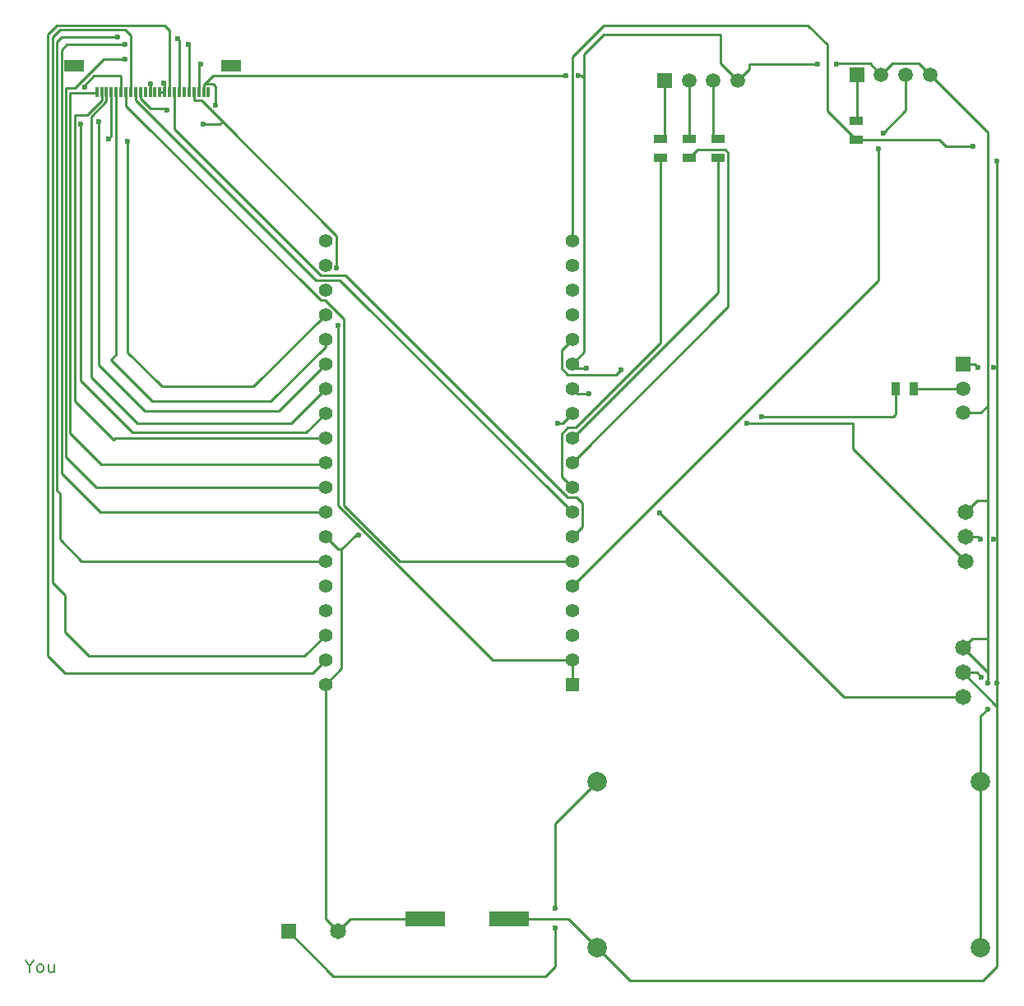
<source format=gbr>
%TF.GenerationSoftware,KiCad,Pcbnew,9.0.2*%
%TF.CreationDate,2025-07-26T16:17:08-04:00*%
%TF.ProjectId,Automated Coin Machine,4175746f-6d61-4746-9564-20436f696e20,rev?*%
%TF.SameCoordinates,Original*%
%TF.FileFunction,Copper,L1,Top*%
%TF.FilePolarity,Positive*%
%FSLAX46Y46*%
G04 Gerber Fmt 4.6, Leading zero omitted, Abs format (unit mm)*
G04 Created by KiCad (PCBNEW 9.0.2) date 2025-07-26 16:17:08*
%MOMM*%
%LPD*%
G01*
G04 APERTURE LIST*
G04 Aperture macros list*
%AMRoundRect*
0 Rectangle with rounded corners*
0 $1 Rounding radius*
0 $2 $3 $4 $5 $6 $7 $8 $9 X,Y pos of 4 corners*
0 Add a 4 corners polygon primitive as box body*
4,1,4,$2,$3,$4,$5,$6,$7,$8,$9,$2,$3,0*
0 Add four circle primitives for the rounded corners*
1,1,$1+$1,$2,$3*
1,1,$1+$1,$4,$5*
1,1,$1+$1,$6,$7*
1,1,$1+$1,$8,$9*
0 Add four rect primitives between the rounded corners*
20,1,$1+$1,$2,$3,$4,$5,0*
20,1,$1+$1,$4,$5,$6,$7,0*
20,1,$1+$1,$6,$7,$8,$9,0*
20,1,$1+$1,$8,$9,$2,$3,0*%
G04 Aperture macros list end*
%ADD10C,0.158750*%
%TA.AperFunction,NonConductor*%
%ADD11C,0.158750*%
%TD*%
%TA.AperFunction,SMDPad,CuDef*%
%ADD12RoundRect,0.115000X-0.345000X-0.575000X0.345000X-0.575000X0.345000X0.575000X-0.345000X0.575000X0*%
%TD*%
%TA.AperFunction,SMDPad,CuDef*%
%ADD13RoundRect,0.115000X0.575000X-0.345000X0.575000X0.345000X-0.575000X0.345000X-0.575000X-0.345000X0*%
%TD*%
%TA.AperFunction,ComponentPad*%
%ADD14C,1.650000*%
%TD*%
%TA.AperFunction,SMDPad,CuDef*%
%ADD15R,0.300000X1.000000*%
%TD*%
%TA.AperFunction,SMDPad,CuDef*%
%ADD16R,2.000000X1.300000*%
%TD*%
%TA.AperFunction,SMDPad,CuDef*%
%ADD17R,4.114800X1.600200*%
%TD*%
%TA.AperFunction,ComponentPad*%
%ADD18R,1.408000X1.408000*%
%TD*%
%TA.AperFunction,ComponentPad*%
%ADD19C,1.408000*%
%TD*%
%TA.AperFunction,ComponentPad*%
%ADD20R,1.508000X1.508000*%
%TD*%
%TA.AperFunction,ComponentPad*%
%ADD21C,1.508000*%
%TD*%
%TA.AperFunction,ComponentPad*%
%ADD22R,1.650000X1.650000*%
%TD*%
%TA.AperFunction,ComponentPad*%
%ADD23C,2.000000*%
%TD*%
%TA.AperFunction,ViaPad*%
%ADD24C,0.600000*%
%TD*%
%TA.AperFunction,Conductor*%
%ADD25C,0.250000*%
%TD*%
G04 APERTURE END LIST*
D10*
D11*
X22867142Y-122974509D02*
X22867142Y-123579271D01*
X22443809Y-122309271D02*
X22867142Y-122974509D01*
X22867142Y-122974509D02*
X23290476Y-122309271D01*
X23895237Y-123579271D02*
X23774285Y-123518795D01*
X23774285Y-123518795D02*
X23713808Y-123458318D01*
X23713808Y-123458318D02*
X23653332Y-123337366D01*
X23653332Y-123337366D02*
X23653332Y-122974509D01*
X23653332Y-122974509D02*
X23713808Y-122853556D01*
X23713808Y-122853556D02*
X23774285Y-122793080D01*
X23774285Y-122793080D02*
X23895237Y-122732604D01*
X23895237Y-122732604D02*
X24076666Y-122732604D01*
X24076666Y-122732604D02*
X24197618Y-122793080D01*
X24197618Y-122793080D02*
X24258094Y-122853556D01*
X24258094Y-122853556D02*
X24318570Y-122974509D01*
X24318570Y-122974509D02*
X24318570Y-123337366D01*
X24318570Y-123337366D02*
X24258094Y-123458318D01*
X24258094Y-123458318D02*
X24197618Y-123518795D01*
X24197618Y-123518795D02*
X24076666Y-123579271D01*
X24076666Y-123579271D02*
X23895237Y-123579271D01*
X25407142Y-122732604D02*
X25407142Y-123579271D01*
X24862856Y-122732604D02*
X24862856Y-123397842D01*
X24862856Y-123397842D02*
X24923333Y-123518795D01*
X24923333Y-123518795D02*
X25044285Y-123579271D01*
X25044285Y-123579271D02*
X25225714Y-123579271D01*
X25225714Y-123579271D02*
X25346666Y-123518795D01*
X25346666Y-123518795D02*
X25407142Y-123458318D01*
D12*
%TO.P,R1,1*%
%TO.N,IO14*%
X112045000Y-63500000D03*
%TO.P,R1,2*%
%TO.N,Net-(J2-Pad2)*%
X113955000Y-63500000D03*
%TD*%
D13*
%TO.P,R_BLUE1,1*%
%TO.N,R_BLUE*%
X93735000Y-39690000D03*
%TO.P,R_BLUE1,2*%
%TO.N,Net-(J4-Pad3)*%
X93735000Y-37780000D03*
%TD*%
D14*
%TO.P,J5,1,Pin_1*%
%TO.N,ESP32_GPIO_12*%
X119000000Y-95250000D03*
%TO.P,J5,2,Pin_2*%
%TO.N,+5V*%
X119000000Y-92710000D03*
%TO.P,J5,3,Pin_3*%
%TO.N,GND*%
X119000000Y-90170000D03*
%TD*%
D15*
%TO.P,J1,1*%
%TO.N,unconnected-(J1-Pad1)*%
X41310000Y-32930000D03*
%TO.P,J1,2*%
%TO.N,GND*%
X40810000Y-32930000D03*
%TO.P,J1,3*%
%TO.N,GPIO18*%
X40310000Y-32930000D03*
%TO.P,J1,4*%
%TO.N,+3V3*%
X39810000Y-32930000D03*
%TO.P,J1,5*%
%TO.N,GPIO19*%
X39310000Y-32930000D03*
%TO.P,J1,6*%
%TO.N,unconnected-(J1-Pad6)*%
X38810000Y-32930000D03*
%TO.P,J1,7*%
%TO.N,GPIO21*%
X38310000Y-32930000D03*
%TO.P,J1,8*%
%TO.N,GPIO32*%
X37810000Y-32930000D03*
%TO.P,J1,9*%
%TO.N,GPIO23*%
X37310000Y-32930000D03*
%TO.P,J1,10*%
%TO.N,+3V3*%
X36810000Y-32930000D03*
%TO.P,J1,11*%
X36310000Y-32930000D03*
%TO.P,J1,12*%
%TO.N,unconnected-(J1-Pad12)*%
X35810003Y-32930000D03*
%TO.P,J1,13*%
%TO.N,GPIO0*%
X35310000Y-32930000D03*
%TO.P,J1,14*%
%TO.N,unconnected-(J1-Pad14)*%
X34810000Y-32930000D03*
%TO.P,J1,15*%
%TO.N,GND*%
X34310000Y-32930000D03*
%TO.P,J1,16*%
%TO.N,GPIO33*%
X33810000Y-32930000D03*
%TO.P,J1,17*%
%TO.N,GPIO22*%
X33310000Y-32930000D03*
%TO.P,J1,18*%
%TO.N,GPIO35*%
X32810000Y-32930000D03*
%TO.P,J1,19*%
%TO.N,GPIO16*%
X32310000Y-32930000D03*
%TO.P,J1,20*%
%TO.N,GPIO2*%
X31810000Y-32930000D03*
%TO.P,J1,21*%
%TO.N,GPIO15*%
X31310000Y-32930000D03*
%TO.P,J1,22*%
%TO.N,GPIO4*%
X30810000Y-32930000D03*
%TO.P,J1,23*%
%TO.N,GPIO17*%
X30310000Y-32930000D03*
%TO.P,J1,24*%
%TO.N,GPIO5*%
X29810000Y-32930000D03*
D16*
%TO.P,J1,P1*%
%TO.N,unconnected-(J1-PadP1)*%
X43609990Y-30230000D03*
%TO.P,J1,P2*%
%TO.N,unconnected-(J1-PadP2)*%
X27510010Y-30230000D03*
%TD*%
D17*
%TO.P,C1,1*%
%TO.N,+5V*%
X72250300Y-118110000D03*
%TO.P,C1,2*%
%TO.N,GND*%
X63639700Y-118110000D03*
%TD*%
D18*
%TO.P,U1,J2_1,3V3*%
%TO.N,+3V3*%
X78740000Y-93955000D03*
D19*
%TO.P,U1,J2_2,EN*%
X78740000Y-91415000D03*
%TO.P,U1,J2_3,SENSOR_VP*%
%TO.N,unconnected-(U1-SENSOR_VP-PadJ2_3)*%
X78740000Y-88875000D03*
%TO.P,U1,J2_4,SENSOR_VN*%
%TO.N,unconnected-(U1-SENSOR_VN-PadJ2_4)*%
X78740000Y-86335000D03*
%TO.P,U1,J2_5,IO34*%
%TO.N,IO34*%
X78740000Y-83795000D03*
%TO.P,U1,J2_6,IO35*%
%TO.N,GPIO35*%
X78740000Y-81255000D03*
%TO.P,U1,J2_7,IO32*%
%TO.N,GPIO32*%
X78740000Y-78715000D03*
%TO.P,U1,J2_8,IO33*%
%TO.N,GPIO33*%
X78740000Y-76175000D03*
%TO.P,U1,J2_9,IO25*%
%TO.N,R_RED*%
X78740000Y-73635000D03*
%TO.P,U1,J2_10,IO26*%
%TO.N,R_GREEN*%
X78740000Y-71095000D03*
%TO.P,U1,J2_11,IO27*%
%TO.N,R_BLUE*%
X78740000Y-68555000D03*
%TO.P,U1,J2_12,IO14*%
%TO.N,IO14*%
X78740000Y-66015000D03*
%TO.P,U1,J2_13,IO12*%
%TO.N,ESP32_GPIO_12*%
X78740000Y-63475000D03*
%TO.P,U1,J2_14,GND_J2_14*%
%TO.N,GND*%
X78740000Y-60935000D03*
%TO.P,U1,J2_15,IO13*%
%TO.N,ESP32_GPIO_13*%
X78740000Y-58395000D03*
%TO.P,U1,J2_16,SD2*%
%TO.N,unconnected-(U1-SD2-PadJ2_16)*%
X78740000Y-55855000D03*
%TO.P,U1,J2_17,SD3*%
%TO.N,unconnected-(U1-SD3-PadJ2_17)*%
X78740000Y-53315000D03*
%TO.P,U1,J2_18,CMD*%
%TO.N,unconnected-(U1-CMD-PadJ2_18)*%
X78740000Y-50775000D03*
%TO.P,U1,J2_19,EXT_5V*%
%TO.N,+5V*%
X78740000Y-48235000D03*
%TO.P,U1,J3_1,GND_J3_1*%
%TO.N,GND*%
X53340000Y-93955000D03*
%TO.P,U1,J3_2,IO23*%
%TO.N,GPIO23*%
X53340000Y-91415000D03*
%TO.P,U1,J3_3,IO22*%
%TO.N,GPIO22*%
X53340000Y-88875000D03*
%TO.P,U1,J3_4,TXD0*%
%TO.N,unconnected-(U1-TXD0-PadJ3_4)*%
X53340000Y-86335000D03*
%TO.P,U1,J3_5,RXD0*%
%TO.N,unconnected-(U1-RXD0-PadJ3_5)*%
X53340000Y-83795000D03*
%TO.P,U1,J3_6,IO21*%
%TO.N,GPIO21*%
X53340000Y-81255000D03*
%TO.P,U1,J3_7,GND_J3_7*%
%TO.N,GND*%
X53340000Y-78715000D03*
%TO.P,U1,J3_8,IO19*%
%TO.N,GPIO19*%
X53340000Y-76175000D03*
%TO.P,U1,J3_9,IO18*%
%TO.N,GPIO18*%
X53340000Y-73635000D03*
%TO.P,U1,J3_10,IO5*%
%TO.N,GPIO5*%
X53340000Y-71095000D03*
%TO.P,U1,J3_11,IO17*%
%TO.N,GPIO17*%
X53340000Y-68555000D03*
%TO.P,U1,J3_12,IO16*%
%TO.N,GPIO16*%
X53340000Y-66015000D03*
%TO.P,U1,J3_13,IO4*%
%TO.N,GPIO4*%
X53340000Y-63475000D03*
%TO.P,U1,J3_14,IO0*%
%TO.N,GPIO0*%
X53340000Y-60935000D03*
%TO.P,U1,J3_15,IO2*%
%TO.N,GPIO2*%
X53340000Y-58395000D03*
%TO.P,U1,J3_16,IO15*%
%TO.N,GPIO15*%
X53340000Y-55855000D03*
%TO.P,U1,J3_17,SD1*%
%TO.N,unconnected-(U1-SD1-PadJ3_17)*%
X53340000Y-53315000D03*
%TO.P,U1,J3_18,SD0*%
%TO.N,unconnected-(U1-SD0-PadJ3_18)*%
X53340000Y-50775000D03*
%TO.P,U1,J3_19,CLK*%
%TO.N,unconnected-(U1-CLK-PadJ3_19)*%
X53340000Y-48235000D03*
%TD*%
D13*
%TO.P,R_RED1,1*%
%TO.N,R_RED*%
X87875000Y-39690000D03*
%TO.P,R_RED1,2*%
%TO.N,Net-(J4-Pad1)*%
X87875000Y-37780000D03*
%TD*%
D20*
%TO.P,J2,1,1*%
%TO.N,+5V*%
X119000000Y-60960000D03*
D21*
%TO.P,J2,2,2*%
%TO.N,Net-(J2-Pad2)*%
X119000000Y-63460000D03*
%TO.P,J2,3,3*%
%TO.N,GND*%
X119000000Y-65960000D03*
%TD*%
D14*
%TO.P,J3,1,Pin_1*%
%TO.N,ESP32_GPIO_13*%
X119250000Y-81280000D03*
%TO.P,J3,2,Pin_2*%
%TO.N,+5V*%
X119250000Y-78740000D03*
%TO.P,J3,3,Pin_3*%
%TO.N,GND*%
X119250000Y-76200000D03*
%TD*%
D13*
%TO.P,R2,1*%
%TO.N,+5V*%
X107950000Y-37785000D03*
%TO.P,R2,2*%
%TO.N,Net-(J6-Pad1)*%
X107950000Y-35875000D03*
%TD*%
D20*
%TO.P,J4,1,1*%
%TO.N,Net-(J4-Pad1)*%
X88265000Y-31750000D03*
D21*
%TO.P,J4,2,2*%
%TO.N,Net-(J4-Pad2)*%
X90765000Y-31750000D03*
%TO.P,J4,3,3*%
%TO.N,Net-(J4-Pad3)*%
X93265000Y-31750000D03*
%TO.P,J4,4,4*%
%TO.N,GND*%
X95765000Y-31750000D03*
%TD*%
D13*
%TO.P,R_GREEN1,1*%
%TO.N,R_GREEN*%
X90805000Y-39690000D03*
%TO.P,R_GREEN1,2*%
%TO.N,Net-(J4-Pad2)*%
X90805000Y-37780000D03*
%TD*%
D22*
%TO.P,P1,1,1*%
%TO.N,VIN*%
X49530000Y-119380000D03*
D14*
%TO.P,P1,2,2*%
%TO.N,GND*%
X54610000Y-119380000D03*
%TD*%
D20*
%TO.P,J6,1,1*%
%TO.N,Net-(J6-Pad1)*%
X108070000Y-31115000D03*
D21*
%TO.P,J6,2,2*%
%TO.N,GND*%
X110570000Y-31115000D03*
%TO.P,J6,3,3*%
%TO.N,IO34*%
X113070000Y-31115000D03*
%TO.P,J6,4,4*%
%TO.N,GND*%
X115570000Y-31115000D03*
%TD*%
D23*
%TO.P,U2,1,IN+*%
%TO.N,VIN*%
X81316500Y-103922500D03*
%TO.P,U2,2,IN-__*%
%TO.N,GND*%
X120813500Y-103922500D03*
%TO.P,U2,3,OUT+*%
%TO.N,+5V*%
X81316500Y-121067500D03*
%TO.P,U2,4,OUT-*%
%TO.N,GND*%
X120813500Y-121067500D03*
%TD*%
D24*
%TO.N,+5V*%
X122125000Y-79000000D03*
X122500000Y-93750000D03*
X120875000Y-93184313D03*
X120750000Y-79000000D03*
X120000000Y-38500000D03*
X122500000Y-40000000D03*
X120500000Y-61250000D03*
X122125000Y-61250000D03*
%TO.N,GND*%
X56739153Y-78510847D03*
X106000000Y-30000000D03*
X42000000Y-34250000D03*
X78115000Y-31250000D03*
X104000000Y-30000000D03*
X37000000Y-34750000D03*
X79365000Y-31250000D03*
X80250000Y-61390000D03*
X121500000Y-96500000D03*
X121500000Y-93750000D03*
%TO.N,GPIO21*%
X32000000Y-27250000D03*
X38125000Y-27375000D03*
%TO.N,GPIO16*%
X28550893Y-32375000D03*
X28162010Y-36250000D03*
%TO.N,+3V3*%
X54521973Y-51004262D03*
X54625000Y-57000000D03*
X40750000Y-36250000D03*
X36685000Y-32000000D03*
%TO.N,GPIO0*%
X35327816Y-32056297D03*
X30000000Y-36000000D03*
%TO.N,GPIO15*%
X31000000Y-37750000D03*
X33000000Y-38000000D03*
%TO.N,GPIO18*%
X40500000Y-30000000D03*
X32685000Y-29500000D03*
%TO.N,GPIO19*%
X39250000Y-28000000D03*
X32685000Y-28000000D03*
%TO.N,ESP32_GPIO_13*%
X96750000Y-67000000D03*
X83750000Y-61500000D03*
%TO.N,ESP32_GPIO_12*%
X80500000Y-64000000D03*
X87750000Y-76250000D03*
%TO.N,IO34*%
X110750000Y-37110000D03*
X110250000Y-38750000D03*
%TO.N,VIN*%
X77000000Y-117000000D03*
X77000000Y-119000000D03*
%TO.N,IO14*%
X77250000Y-67000000D03*
X98250000Y-66325000D03*
%TD*%
D25*
%TO.N,+5V*%
X122125000Y-61250000D02*
X122500000Y-61250000D01*
X122500000Y-96210000D02*
X122500000Y-93750000D01*
X105000000Y-28026000D02*
X105000000Y-34835000D01*
X122500000Y-123000000D02*
X122500000Y-96210000D01*
X116500000Y-37785000D02*
X107950000Y-37785000D01*
X122500000Y-96210000D02*
X119000000Y-92710000D01*
X122500000Y-61250000D02*
X122500000Y-40000000D01*
X78740000Y-48235000D02*
X78740000Y-29260000D01*
X122500000Y-93750000D02*
X122500000Y-79000000D01*
X119000000Y-60960000D02*
X120210000Y-60960000D01*
X121031000Y-124469000D02*
X122500000Y-123000000D01*
X122500000Y-79000000D02*
X122500000Y-61250000D01*
X119250000Y-78740000D02*
X120490000Y-78740000D01*
X81316500Y-121067500D02*
X84718000Y-124469000D01*
X120400687Y-92710000D02*
X120875000Y-93184313D01*
X120490000Y-78740000D02*
X120750000Y-79000000D01*
X78740000Y-29260000D02*
X81974000Y-26026000D01*
X117215000Y-38500000D02*
X116500000Y-37785000D01*
X72250300Y-118110000D02*
X78359000Y-118110000D01*
X78359000Y-118110000D02*
X81316500Y-121067500D01*
X119000000Y-92710000D02*
X120400687Y-92710000D01*
X122125000Y-79000000D02*
X122500000Y-79000000D01*
X105000000Y-34835000D02*
X107950000Y-37785000D01*
X81974000Y-26026000D02*
X103000000Y-26026000D01*
X120210000Y-60960000D02*
X120500000Y-61250000D01*
X103000000Y-26026000D02*
X105000000Y-28026000D01*
X84718000Y-124469000D02*
X121031000Y-124469000D01*
X120000000Y-38500000D02*
X117215000Y-38500000D01*
%TO.N,GND*%
X120813500Y-121067500D02*
X120813500Y-103922500D01*
X40810000Y-32190000D02*
X41750000Y-31250000D01*
X95765000Y-31750000D02*
X97000000Y-30515000D01*
X97000000Y-30515000D02*
X97000000Y-30000000D01*
X121500000Y-37045000D02*
X115570000Y-31115000D01*
X80000000Y-31500000D02*
X80000000Y-29000000D01*
X121500000Y-92670000D02*
X121500000Y-89250000D01*
X110570000Y-31115000D02*
X109440000Y-29985000D01*
X119000000Y-65960000D02*
X120790000Y-65960000D01*
X34310000Y-33594190D02*
X35357905Y-34642095D01*
X106015000Y-29985000D02*
X106000000Y-30000000D01*
X119250000Y-76200000D02*
X120450000Y-75000000D01*
X79750000Y-31250000D02*
X80000000Y-31500000D01*
X54625000Y-80000000D02*
X53340000Y-78715000D01*
X41750000Y-31250000D02*
X78115000Y-31250000D01*
X80000000Y-29000000D02*
X82000000Y-27000000D01*
X53340000Y-93955000D02*
X53340000Y-118110000D01*
X109440000Y-29985000D02*
X106015000Y-29985000D01*
X121500000Y-65250000D02*
X121500000Y-37045000D01*
X79365000Y-31250000D02*
X79750000Y-31250000D01*
X121500000Y-92670000D02*
X119000000Y-90170000D01*
X78740000Y-60935000D02*
X80000000Y-59675000D01*
X82000000Y-27000000D02*
X94000000Y-27000000D01*
X80000000Y-59675000D02*
X80000000Y-31500000D01*
X111700000Y-29985000D02*
X114440000Y-29985000D01*
X97000000Y-30000000D02*
X104000000Y-30000000D01*
X42000000Y-34250000D02*
X42000000Y-32318000D01*
X34310000Y-32930000D02*
X34310000Y-33594190D01*
X53340000Y-93955000D02*
X55000000Y-92295000D01*
X121500000Y-89250000D02*
X121500000Y-75000000D01*
X55000000Y-80000000D02*
X56489153Y-78510847D01*
X121500000Y-93750000D02*
X121500000Y-92670000D01*
X94000000Y-29985000D02*
X95765000Y-31750000D01*
X55000000Y-80000000D02*
X54625000Y-80000000D01*
X42000000Y-32318000D02*
X41786000Y-32104000D01*
X79195000Y-61390000D02*
X78740000Y-60935000D01*
X119920000Y-89250000D02*
X121500000Y-89250000D01*
X114440000Y-29985000D02*
X115570000Y-31115000D01*
X41786000Y-32104000D02*
X40834000Y-32104000D01*
X55000000Y-92295000D02*
X55000000Y-80000000D01*
X110570000Y-31115000D02*
X111700000Y-29985000D01*
X40810000Y-32930000D02*
X40810000Y-32190000D01*
X120813500Y-103922500D02*
X120813500Y-97186500D01*
X119000000Y-90170000D02*
X119920000Y-89250000D01*
X40834000Y-32104000D02*
X40810000Y-32128000D01*
X36892095Y-34642095D02*
X37000000Y-34750000D01*
X120450000Y-75000000D02*
X121500000Y-75000000D01*
X94000000Y-27000000D02*
X94000000Y-29985000D01*
X54610000Y-119380000D02*
X55880000Y-118110000D01*
X35357905Y-34642095D02*
X36892095Y-34642095D01*
X55880000Y-118110000D02*
X63639700Y-118110000D01*
X56489153Y-78510847D02*
X56739153Y-78510847D01*
X120790000Y-65960000D02*
X121500000Y-65250000D01*
X80250000Y-61390000D02*
X79195000Y-61390000D01*
X40810000Y-32128000D02*
X40810000Y-32930000D01*
X120813500Y-97186500D02*
X121500000Y-96500000D01*
X121500000Y-75000000D02*
X121500000Y-65250000D01*
X53340000Y-118110000D02*
X54610000Y-119380000D01*
%TO.N,GPIO21*%
X28255000Y-81255000D02*
X28250000Y-81250000D01*
X25701000Y-27750000D02*
X26201000Y-27250000D01*
X25701000Y-73951000D02*
X25701000Y-27750000D01*
X26500000Y-27250000D02*
X32000000Y-27250000D01*
X28250000Y-81250000D02*
X26000000Y-79000000D01*
X38310000Y-27560000D02*
X38310000Y-32930000D01*
X38125000Y-27375000D02*
X38310000Y-27560000D01*
X26000000Y-79000000D02*
X26000000Y-74250000D01*
X26201000Y-27250000D02*
X26500000Y-27250000D01*
X26000000Y-74250000D02*
X25701000Y-73951000D01*
X53340000Y-81255000D02*
X28255000Y-81255000D01*
%TO.N,GPIO16*%
X28162010Y-62662010D02*
X28162010Y-36250000D01*
X53340000Y-66015000D02*
X51355000Y-68000000D01*
X28550893Y-32199107D02*
X29500000Y-31250000D01*
X32310000Y-31310000D02*
X32310000Y-32930000D01*
X51355000Y-68000000D02*
X33500000Y-68000000D01*
X33500000Y-68000000D02*
X28162010Y-62662010D01*
X28550893Y-32375000D02*
X28550893Y-32199107D01*
X32250000Y-31250000D02*
X32310000Y-31310000D01*
X29500000Y-31250000D02*
X32250000Y-31250000D01*
%TO.N,+3V3*%
X36810000Y-32125000D02*
X36685000Y-32000000D01*
X39834000Y-33756000D02*
X39810000Y-33732000D01*
X54521973Y-47716333D02*
X42777820Y-35972180D01*
X42500000Y-36250000D02*
X42777820Y-35972180D01*
X39810000Y-33732000D02*
X39810000Y-32930000D01*
X54521973Y-51004262D02*
X54521973Y-47716333D01*
X36310000Y-32930000D02*
X36810000Y-32930000D01*
X70527190Y-91415000D02*
X54625000Y-75512810D01*
X78740000Y-91415000D02*
X70527190Y-91415000D01*
X54625000Y-75512810D02*
X54625000Y-57000000D01*
X40750000Y-36250000D02*
X42500000Y-36250000D01*
X36810000Y-32930000D02*
X36810000Y-32125000D01*
X42777820Y-35972180D02*
X40561640Y-33756000D01*
X78740000Y-91415000D02*
X78740000Y-93955000D01*
X40561640Y-33756000D02*
X39834000Y-33756000D01*
%TO.N,GPIO33*%
X54850000Y-52285000D02*
X78740000Y-76175000D01*
X52363000Y-52285000D02*
X54850000Y-52285000D01*
X33810000Y-32930000D02*
X33810000Y-33732000D01*
X33810000Y-33732000D02*
X52363000Y-52285000D01*
%TO.N,GPIO0*%
X53340000Y-60935000D02*
X48525000Y-65750000D01*
X30000000Y-61000000D02*
X30000000Y-60500000D01*
X35327816Y-32056297D02*
X35327816Y-32912184D01*
X34750000Y-65750000D02*
X30000000Y-61000000D01*
X35327816Y-32912184D02*
X35310000Y-32930000D01*
X48525000Y-65750000D02*
X34750000Y-65750000D01*
X30000000Y-60500000D02*
X30000000Y-36000000D01*
%TO.N,GPIO15*%
X36500000Y-63250000D02*
X36250000Y-63000000D01*
X33000000Y-59750000D02*
X33000000Y-38000000D01*
X31000000Y-37750000D02*
X31310000Y-37440000D01*
X45945000Y-63250000D02*
X45750000Y-63250000D01*
X53340000Y-55855000D02*
X45945000Y-63250000D01*
X31310000Y-37440000D02*
X31310000Y-32930000D01*
X45750000Y-63250000D02*
X36500000Y-63250000D01*
X36250000Y-63000000D02*
X33000000Y-59750000D01*
%TO.N,GPIO35*%
X78740000Y-81255000D02*
X61005000Y-81255000D01*
X55250000Y-75500000D02*
X55250000Y-56308360D01*
X55250000Y-56308360D02*
X53286640Y-54345000D01*
X53286640Y-54345000D02*
X52845000Y-54345000D01*
X52845000Y-54345000D02*
X32810000Y-34310000D01*
X32810000Y-34310000D02*
X32810000Y-32930000D01*
X61005000Y-81255000D02*
X55250000Y-75500000D01*
%TO.N,GPIO18*%
X26635010Y-32500000D02*
X27542010Y-32500000D01*
X53340000Y-73635000D02*
X29770010Y-73635000D01*
X40500000Y-30000000D02*
X40310000Y-30190000D01*
X27542010Y-32500000D02*
X30500000Y-29542010D01*
X29770010Y-73635000D02*
X26635010Y-70500000D01*
X26635010Y-70500000D02*
X26635010Y-32500000D01*
X30500000Y-29542010D02*
X30500000Y-29500000D01*
X30500000Y-29500000D02*
X32685000Y-29500000D01*
X40310000Y-30190000D02*
X40310000Y-32930000D01*
%TO.N,GPIO23*%
X24756000Y-91006000D02*
X24756000Y-27000000D01*
X24756000Y-27000000D02*
X25730000Y-26026000D01*
X26500000Y-92750000D02*
X24756000Y-91006000D01*
X25730000Y-26026000D02*
X36776000Y-26026000D01*
X53340000Y-91415000D02*
X52005000Y-92750000D01*
X52005000Y-92750000D02*
X26500000Y-92750000D01*
X36776000Y-26026000D02*
X37310000Y-26560000D01*
X37310000Y-26560000D02*
X37310000Y-32930000D01*
%TO.N,GPIO32*%
X78313360Y-74665000D02*
X55453360Y-51805000D01*
X78740000Y-78715000D02*
X79770000Y-77685000D01*
X79770000Y-75268360D02*
X79166640Y-74665000D01*
X37810000Y-36701640D02*
X37810000Y-32930000D01*
X79166640Y-74665000D02*
X78313360Y-74665000D01*
X52913360Y-51805000D02*
X37810000Y-36701640D01*
X55453360Y-51805000D02*
X52913360Y-51805000D01*
X79770000Y-77685000D02*
X79770000Y-75268360D01*
%TO.N,GPIO22*%
X51215000Y-91000000D02*
X29000000Y-91000000D01*
X26000000Y-26500000D02*
X32750000Y-26500000D01*
X26500000Y-88500000D02*
X26500000Y-84750000D01*
X33310000Y-27060000D02*
X33310000Y-32930000D01*
X53340000Y-88875000D02*
X51215000Y-91000000D01*
X32750000Y-26500000D02*
X33310000Y-27060000D01*
X25250000Y-83500000D02*
X25250000Y-27250000D01*
X29000000Y-91000000D02*
X26500000Y-88500000D01*
X26500000Y-84750000D02*
X25250000Y-83500000D01*
X25250000Y-27250000D02*
X26000000Y-26500000D01*
%TO.N,GPIO4*%
X29250000Y-35429810D02*
X29250000Y-62250000D01*
X29250000Y-62250000D02*
X34000000Y-67000000D01*
X30810000Y-33869810D02*
X29250000Y-35429810D01*
X34000000Y-67000000D02*
X49815000Y-67000000D01*
X30810000Y-32930000D02*
X30810000Y-33869810D01*
X49815000Y-67000000D02*
X53340000Y-63475000D01*
%TO.N,GPIO17*%
X27537010Y-35250000D02*
X28792000Y-35250000D01*
X31695000Y-68555000D02*
X31500000Y-68750000D01*
X31500000Y-68750000D02*
X27537010Y-64787010D01*
X27537010Y-64787010D02*
X27537010Y-35250000D01*
X30310000Y-33732000D02*
X30310000Y-32930000D01*
X53340000Y-68555000D02*
X31695000Y-68555000D01*
X28792000Y-35250000D02*
X30310000Y-33732000D01*
%TO.N,GPIO19*%
X26750000Y-28000000D02*
X28000000Y-28000000D01*
X39310000Y-28060000D02*
X39310000Y-32930000D01*
X26184010Y-28565990D02*
X26250000Y-28500000D01*
X53340000Y-76175000D02*
X30175000Y-76175000D01*
X26250000Y-28500000D02*
X26750000Y-28000000D01*
X39250000Y-28000000D02*
X39310000Y-28060000D01*
X26184010Y-72184010D02*
X26184010Y-28565990D01*
X28000000Y-28000000D02*
X32685000Y-28000000D01*
X30175000Y-76175000D02*
X27000000Y-73000000D01*
X27000000Y-73000000D02*
X26184010Y-72184010D01*
%TO.N,GPIO2*%
X53340000Y-59160000D02*
X47750000Y-64750000D01*
X35500000Y-64750000D02*
X31250000Y-60500000D01*
X31810000Y-59940000D02*
X31810000Y-32930000D01*
X53340000Y-58395000D02*
X53340000Y-59160000D01*
X47750000Y-64750000D02*
X35500000Y-64750000D01*
X31250000Y-60500000D02*
X31810000Y-59940000D01*
%TO.N,GPIO5*%
X53340000Y-71160000D02*
X53250000Y-71250000D01*
X53340000Y-71095000D02*
X53340000Y-71160000D01*
X30250000Y-71250000D02*
X27086010Y-68086010D01*
X53250000Y-71250000D02*
X30250000Y-71250000D01*
X27086010Y-33000000D02*
X29740000Y-33000000D01*
X27086010Y-68086010D02*
X27086010Y-33000000D01*
X29740000Y-33000000D02*
X29810000Y-32930000D01*
%TO.N,Net-(J2-Pad2)*%
X113995000Y-63460000D02*
X113955000Y-63460000D01*
X113955000Y-63500000D02*
X118960000Y-63500000D01*
X118960000Y-63500000D02*
X119000000Y-63460000D01*
X113955000Y-63460000D02*
X113955000Y-63500000D01*
%TO.N,ESP32_GPIO_13*%
X107640000Y-67000000D02*
X107640000Y-69670000D01*
X96750000Y-67000000D02*
X107640000Y-67000000D01*
X83235000Y-62015000D02*
X83750000Y-61500000D01*
X107640000Y-69670000D02*
X119250000Y-81280000D01*
X77660000Y-61382351D02*
X78292649Y-62015000D01*
X78292649Y-62015000D02*
X83235000Y-62015000D01*
X78740000Y-58395000D02*
X77660000Y-59475000D01*
X77660000Y-59475000D02*
X77660000Y-61382351D01*
%TO.N,Net-(J4-Pad3)*%
X93265000Y-37310000D02*
X93735000Y-37780000D01*
X93265000Y-31750000D02*
X93265000Y-37310000D01*
%TO.N,Net-(J4-Pad2)*%
X90765000Y-31750000D02*
X90765000Y-37740000D01*
X90765000Y-37740000D02*
X90805000Y-37780000D01*
%TO.N,Net-(J4-Pad1)*%
X88265000Y-37390000D02*
X87875000Y-37780000D01*
X88265000Y-31750000D02*
X88265000Y-37390000D01*
%TO.N,ESP32_GPIO_12*%
X79265000Y-64000000D02*
X78740000Y-63475000D01*
X80500000Y-64000000D02*
X79265000Y-64000000D01*
X106750000Y-95250000D02*
X119000000Y-95250000D01*
X106750000Y-95250000D02*
X87750000Y-76250000D01*
%TO.N,IO34*%
X113070000Y-34790000D02*
X110750000Y-37110000D01*
X113070000Y-31115000D02*
X113070000Y-34790000D01*
X110250000Y-38750000D02*
X110250000Y-52285000D01*
X110250000Y-52285000D02*
X78740000Y-83795000D01*
%TO.N,Net-(J6-Pad1)*%
X108070000Y-31115000D02*
X108070000Y-35755000D01*
X108070000Y-35755000D02*
X107950000Y-35875000D01*
%TO.N,VIN*%
X76000000Y-124000000D02*
X77000000Y-123000000D01*
X49530000Y-119380000D02*
X54150000Y-124000000D01*
X77000000Y-108239000D02*
X81316500Y-103922500D01*
X77000000Y-123000000D02*
X77000000Y-119000000D01*
X54150000Y-124000000D02*
X76000000Y-124000000D01*
X77000000Y-117000000D02*
X77000000Y-108239000D01*
%TO.N,IO14*%
X77755000Y-67000000D02*
X78740000Y-66015000D01*
X111790000Y-66325000D02*
X112045000Y-66070000D01*
X111790000Y-66325000D02*
X98250000Y-66325000D01*
X112045000Y-66070000D02*
X112045000Y-63500000D01*
X77250000Y-67000000D02*
X77755000Y-67000000D01*
%TO.N,R_BLUE*%
X93735000Y-39690000D02*
X93735000Y-53560000D01*
X93735000Y-53560000D02*
X78740000Y-68555000D01*
%TO.N,R_GREEN*%
X94516564Y-38854000D02*
X94801000Y-39138436D01*
X94801000Y-55034000D02*
X78740000Y-71095000D01*
X94801000Y-39138436D02*
X94801000Y-55034000D01*
X90805000Y-39690000D02*
X91641000Y-38854000D01*
X91641000Y-38854000D02*
X94516564Y-38854000D01*
%TO.N,R_RED*%
X79111480Y-67475000D02*
X78292649Y-67475000D01*
X87875000Y-39690000D02*
X87875000Y-58711480D01*
X77660000Y-72555000D02*
X78740000Y-73635000D01*
X87875000Y-58711480D02*
X79111480Y-67475000D01*
X78292649Y-67475000D02*
X77660000Y-68107649D01*
X77660000Y-68107649D02*
X77660000Y-72555000D01*
%TD*%
M02*

</source>
